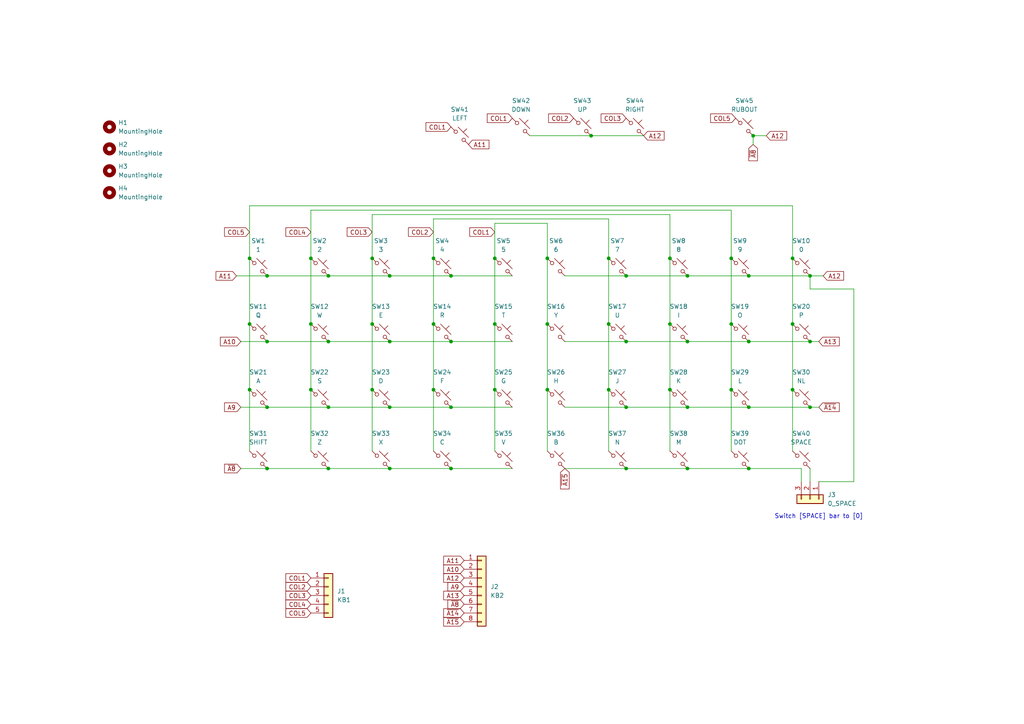
<source format=kicad_sch>
(kicad_sch (version 20250114) (generator "eeschema") (generator_version "9.0")
  (paper "A4")
  (lib_symbols
    (symbol "Connector_Generic:Conn_01x03" (pin_names (offset 1.016) (hide yes))
      (property "Reference" "J" (at 0 5.08 0))
      (property "Value" "Conn_01x03" (at 0 -5.08 0))
      (symbol "Conn_01x03_1_1"
        (rectangle (start -1.27 3.81) (end 1.27 -3.81) (stroke (width 0.254)) (fill (type background)))
        (rectangle (start -1.27 2.667) (end 0 2.413) (stroke (width 0.1524)))
        (rectangle (start -1.27 0.127) (end 0 -0.127) (stroke (width 0.1524)))
        (rectangle (start -1.27 -2.413) (end 0 -2.667) (stroke (width 0.1524)))
        (pin passive line (at -5.08 2.54 0) (length 3.81) (name "Pin_1") (number "1"))
        (pin passive line (at -5.08 0 0) (length 3.81) (name "Pin_2") (number "2"))
        (pin passive line (at -5.08 -2.54 0) (length 3.81) (name "Pin_3") (number "3"))
      )
    )
    (symbol "Connector_Generic:Conn_01x05" (pin_names (offset 1.016) (hide yes))
      (property "Reference" "J" (at 0 7.62 0))
      (property "Value" "Conn_01x05" (at 0 -7.62 0))
      (symbol "Conn_01x05_1_1"
        (rectangle (start -1.27 6.35) (end 1.27 -6.35) (stroke (width 0.254)) (fill (type background)))
        (rectangle (start -1.27 5.207) (end 0 4.953) (stroke (width 0.1524)))
        (rectangle (start -1.27 2.667) (end 0 2.413) (stroke (width 0.1524)))
        (rectangle (start -1.27 0.127) (end 0 -0.127) (stroke (width 0.1524)))
        (rectangle (start -1.27 -2.413) (end 0 -2.667) (stroke (width 0.1524)))
        (rectangle (start -1.27 -4.953) (end 0 -5.207) (stroke (width 0.1524)))
        (pin passive line (at -5.08 5.08 0) (length 3.81) (name "Pin_1") (number "1"))
        (pin passive line (at -5.08 2.54 0) (length 3.81) (name "Pin_2") (number "2"))
        (pin passive line (at -5.08 0 0) (length 3.81) (name "Pin_3") (number "3"))
        (pin passive line (at -5.08 -2.54 0) (length 3.81) (name "Pin_4") (number "4"))
        (pin passive line (at -5.08 -5.08 0) (length 3.81) (name "Pin_5") (number "5"))
      )
    )
    (symbol "Connector_Generic:Conn_01x08" (pin_names (offset 1.016) (hide yes))
      (property "Reference" "J" (at 0 10.16 0))
      (property "Value" "Conn_01x08" (at 0 -12.7 0))
      (symbol "Conn_01x08_1_1"
        (rectangle (start -1.27 8.89) (end 1.27 -11.43) (stroke (width 0.254)) (fill (type background)))
        (rectangle (start -1.27 7.747) (end 0 7.493) (stroke (width 0.1524)))
        (rectangle (start -1.27 5.207) (end 0 4.953) (stroke (width 0.1524)))
        (rectangle (start -1.27 2.667) (end 0 2.413) (stroke (width 0.1524)))
        (rectangle (start -1.27 0.127) (end 0 -0.127) (stroke (width 0.1524)))
        (rectangle (start -1.27 -2.413) (end 0 -2.667) (stroke (width 0.1524)))
        (rectangle (start -1.27 -4.953) (end 0 -5.207) (stroke (width 0.1524)))
        (rectangle (start -1.27 -7.493) (end 0 -7.747) (stroke (width 0.1524)))
        (rectangle (start -1.27 -10.033) (end 0 -10.287) (stroke (width 0.1524)))
        (pin passive line (at -5.08 7.62 0) (length 3.81) (name "Pin_1") (number "1"))
        (pin passive line (at -5.08 5.08 0) (length 3.81) (name "Pin_2") (number "2"))
        (pin passive line (at -5.08 2.54 0) (length 3.81) (name "Pin_3") (number "3"))
        (pin passive line (at -5.08 0 0) (length 3.81) (name "Pin_4") (number "4"))
        (pin passive line (at -5.08 -2.54 0) (length 3.81) (name "Pin_5") (number "5"))
        (pin passive line (at -5.08 -5.08 0) (length 3.81) (name "Pin_6") (number "6"))
        (pin passive line (at -5.08 -7.62 0) (length 3.81) (name "Pin_7") (number "7"))
        (pin passive line (at -5.08 -10.16 0) (length 3.81) (name "Pin_8") (number "8"))
      )
    )
    (symbol "Mechanical:MountingHole" (pin_names (offset 1.016)) (exclude_from_sim yes) (in_bom no)
      (property "Reference" "H" (at 0 5.08 0))
      (property "Value" "MountingHole" (at 0 3.175 0))
      (symbol "MountingHole_0_1"
        (circle (center 0 0) (radius 1.27) (stroke (width 1.27)))
      )
    )
    (symbol "Switch:SW_Push_45deg" (pin_numbers (hide yes)) (pin_names (offset 1.016) (hide yes))
      (property "Reference" "SW" (at 3.048 1.016 0))
      (property "Value" "SW_Push_45deg" (at 0 -3.81 0))
      (symbol "SW_Push_45deg_0_1"
        (polyline (pts (xy -2.54 2.54) (xy -1.524 1.524) (xy -1.524 1.524)))
        (circle (center -1.1684 1.1684) (radius 0.508))
        (polyline (pts (xy -0.508 2.54) (xy 2.54 -0.508)))
        (polyline (pts (xy 1.016 1.016) (xy 2.032 2.032)))
        (circle (center 1.143 -1.1938) (radius 0.508))
        (polyline (pts (xy 1.524 -1.524) (xy 2.54 -2.54) (xy 2.54 -2.54) (xy 2.54 -2.54)))
        (pin passive line (at -2.54 2.54 0) (length 0) (name "1") (number "1"))
        (pin passive line (at 2.54 -2.54 180) (length 0) (name "2") (number "2"))
      )
    )
  )
  (text "Switch [SPACE] bar to [0]" (at 237.49 149.86 0) (effects (font (size 1.27 1.27))))
  (junction (at 234.95 118.11))
  (junction (at 143.51 93.98))
  (junction (at 176.53 93.98))
  (junction (at 199.39 135.89))
  (junction (at 217.17 99.06))
  (junction (at 181.61 99.06))
  (junction (at 176.53 113.03))
  (junction (at 107.95 74.93))
  (junction (at 90.17 113.03))
  (junction (at 77.47 99.06))
  (junction (at 217.17 118.11))
  (junction (at 171.45 39.37))
  (junction (at 125.73 74.93))
  (junction (at 107.95 113.03))
  (junction (at 181.61 135.89))
  (junction (at 77.47 118.11))
  (junction (at 77.47 135.89))
  (junction (at 217.17 135.89))
  (junction (at 194.31 74.93))
  (junction (at 90.17 74.93))
  (junction (at 95.25 135.89))
  (junction (at 72.39 113.03))
  (junction (at 158.75 74.93))
  (junction (at 181.61 118.11))
  (junction (at 234.95 99.06))
  (junction (at 199.39 99.06))
  (junction (at 113.03 80.01))
  (junction (at 125.73 93.98))
  (junction (at 95.25 80.01))
  (junction (at 212.09 93.98))
  (junction (at 130.81 135.89))
  (junction (at 143.51 113.03))
  (junction (at 77.47 80.01))
  (junction (at 113.03 118.11))
  (junction (at 212.09 74.93))
  (junction (at 158.75 93.98))
  (junction (at 229.87 93.98))
  (junction (at 72.39 93.98))
  (junction (at 143.51 74.93))
  (junction (at 130.81 80.01))
  (junction (at 229.87 113.03))
  (junction (at 72.39 74.93))
  (junction (at 218.44 39.37))
  (junction (at 95.25 99.06))
  (junction (at 181.61 80.01))
  (junction (at 95.25 118.11))
  (junction (at 199.39 118.11))
  (junction (at 90.17 93.98))
  (junction (at 229.87 74.93))
  (junction (at 176.53 74.93))
  (junction (at 113.03 99.06))
  (junction (at 130.81 99.06))
  (junction (at 194.31 93.98))
  (junction (at 158.75 113.03))
  (junction (at 199.39 80.01))
  (junction (at 107.95 93.98))
  (junction (at 234.95 80.01))
  (junction (at 212.09 113.03))
  (junction (at 194.31 113.03))
  (junction (at 217.17 80.01))
  (junction (at 125.73 113.03))
  (junction (at 130.81 118.11))
  (junction (at 113.03 135.89))
  (wire (pts (xy 69.85 118.11) (xy 77.47 118.11)))
  (wire (pts (xy 77.47 135.89) (xy 95.25 135.89)))
  (wire (pts (xy 113.03 118.11) (xy 130.81 118.11)))
  (wire (pts (xy 77.47 118.11) (xy 95.25 118.11)))
  (wire (pts (xy 163.83 135.89) (xy 181.61 135.89)))
  (wire (pts (xy 217.17 135.89) (xy 232.41 135.89)))
  (wire (pts (xy 194.31 74.93) (xy 194.31 62.23)))
  (wire (pts (xy 113.03 135.89) (xy 130.81 135.89)))
  (wire (pts (xy 212.09 74.93) (xy 212.09 60.96)))
  (wire (pts (xy 90.17 93.98) (xy 90.17 113.03)))
  (wire (pts (xy 125.73 93.98) (xy 125.73 113.03)))
  (wire (pts (xy 72.39 59.69) (xy 229.87 59.69)))
  (wire (pts (xy 212.09 130.81) (xy 212.09 113.03)))
  (wire (pts (xy 107.95 113.03) (xy 107.95 130.81)))
  (wire (pts (xy 125.73 113.03) (xy 125.73 130.81)))
  (wire (pts (xy 68.58 80.01) (xy 77.47 80.01)))
  (wire (pts (xy 176.53 74.93) (xy 176.53 93.98)))
  (wire (pts (xy 143.51 113.03) (xy 143.51 130.81)))
  (wire (pts (xy 95.25 135.89) (xy 113.03 135.89)))
  (wire (pts (xy 181.61 99.06) (xy 199.39 99.06)))
  (wire (pts (xy 95.25 118.11) (xy 113.03 118.11)))
  (wire (pts (xy 171.45 39.37) (xy 186.69 39.37)))
  (wire (pts (xy 234.95 99.06) (xy 237.49 99.06)))
  (wire (pts (xy 107.95 74.93) (xy 107.95 93.98)))
  (wire (pts (xy 218.44 39.37) (xy 222.25 39.37)))
  (wire (pts (xy 163.83 80.01) (xy 181.61 80.01)))
  (wire (pts (xy 158.75 64.77) (xy 158.75 74.93)))
  (wire (pts (xy 212.09 60.96) (xy 90.17 60.96)))
  (wire (pts (xy 234.95 118.11) (xy 237.49 118.11)))
  (wire (pts (xy 69.85 135.89) (xy 77.47 135.89)))
  (wire (pts (xy 234.95 80.01) (xy 238.76 80.01)))
  (wire (pts (xy 181.61 118.11) (xy 199.39 118.11)))
  (wire (pts (xy 229.87 93.98) (xy 229.87 113.03)))
  (wire (pts (xy 72.39 74.93) (xy 72.39 59.69)))
  (wire (pts (xy 90.17 60.96) (xy 90.17 74.93)))
  (wire (pts (xy 194.31 93.98) (xy 194.31 113.03)))
  (wire (pts (xy 176.53 63.5) (xy 125.73 63.5)))
  (wire (pts (xy 153.67 39.37) (xy 171.45 39.37)))
  (wire (pts (xy 130.81 118.11) (xy 148.59 118.11)))
  (wire (pts (xy 194.31 62.23) (xy 107.95 62.23)))
  (wire (pts (xy 181.61 80.01) (xy 199.39 80.01)))
  (wire (pts (xy 217.17 80.01) (xy 234.95 80.01)))
  (wire (pts (xy 247.65 139.7) (xy 247.65 83.82)))
  (wire (pts (xy 229.87 74.93) (xy 229.87 93.98)))
  (wire (pts (xy 234.95 83.82) (xy 234.95 80.01)))
  (wire (pts (xy 125.73 63.5) (xy 125.73 74.93)))
  (wire (pts (xy 212.09 93.98) (xy 212.09 74.93)))
  (wire (pts (xy 143.51 74.93) (xy 143.51 93.98)))
  (wire (pts (xy 194.31 113.03) (xy 194.31 130.81)))
  (wire (pts (xy 130.81 99.06) (xy 148.59 99.06)))
  (wire (pts (xy 158.75 113.03) (xy 158.75 130.81)))
  (wire (pts (xy 176.53 74.93) (xy 176.53 63.5)))
  (wire (pts (xy 77.47 99.06) (xy 95.25 99.06)))
  (wire (pts (xy 199.39 135.89) (xy 217.17 135.89)))
  (wire (pts (xy 217.17 99.06) (xy 234.95 99.06)))
  (wire (pts (xy 212.09 113.03) (xy 212.09 93.98)))
  (wire (pts (xy 199.39 80.01) (xy 217.17 80.01)))
  (wire (pts (xy 72.39 74.93) (xy 72.39 93.98)))
  (wire (pts (xy 125.73 74.93) (xy 125.73 93.98)))
  (wire (pts (xy 69.85 99.06) (xy 77.47 99.06)))
  (wire (pts (xy 113.03 80.01) (xy 130.81 80.01)))
  (wire (pts (xy 229.87 113.03) (xy 229.87 130.81)))
  (wire (pts (xy 234.95 139.7) (xy 234.95 135.89)))
  (wire (pts (xy 95.25 99.06) (xy 113.03 99.06)))
  (wire (pts (xy 143.51 64.77) (xy 158.75 64.77)))
  (wire (pts (xy 176.53 93.98) (xy 176.53 113.03)))
  (wire (pts (xy 232.41 135.89) (xy 232.41 139.7)))
  (wire (pts (xy 229.87 59.69) (xy 229.87 74.93)))
  (wire (pts (xy 90.17 113.03) (xy 90.17 130.81)))
  (wire (pts (xy 143.51 74.93) (xy 143.51 64.77)))
  (wire (pts (xy 95.25 80.01) (xy 113.03 80.01)))
  (wire (pts (xy 194.31 74.93) (xy 194.31 93.98)))
  (wire (pts (xy 77.47 80.01) (xy 95.25 80.01)))
  (wire (pts (xy 90.17 74.93) (xy 90.17 93.98)))
  (wire (pts (xy 130.81 80.01) (xy 148.59 80.01)))
  (wire (pts (xy 247.65 83.82) (xy 234.95 83.82)))
  (wire (pts (xy 143.51 93.98) (xy 143.51 113.03)))
  (wire (pts (xy 163.83 118.11) (xy 181.61 118.11)))
  (wire (pts (xy 218.44 39.37) (xy 218.44 41.91)))
  (wire (pts (xy 72.39 113.03) (xy 72.39 130.81)))
  (wire (pts (xy 107.95 93.98) (xy 107.95 113.03)))
  (wire (pts (xy 130.81 135.89) (xy 148.59 135.89)))
  (wire (pts (xy 181.61 135.89) (xy 199.39 135.89)))
  (wire (pts (xy 199.39 118.11) (xy 217.17 118.11)))
  (wire (pts (xy 158.75 93.98) (xy 158.75 113.03)))
  (wire (pts (xy 158.75 74.93) (xy 158.75 93.98)))
  (wire (pts (xy 199.39 99.06) (xy 217.17 99.06)))
  (wire (pts (xy 107.95 62.23) (xy 107.95 74.93)))
  (wire (pts (xy 237.49 139.7) (xy 247.65 139.7)))
  (wire (pts (xy 113.03 99.06) (xy 130.81 99.06)))
  (wire (pts (xy 72.39 93.98) (xy 72.39 113.03)))
  (wire (pts (xy 176.53 113.03) (xy 176.53 130.81)))
  (wire (pts (xy 163.83 99.06) (xy 181.61 99.06)))
  (wire (pts (xy 217.17 118.11) (xy 234.95 118.11)))
  (global_label "COL2" (shape input) (at 90.17 170.18 180) (property "Intersheetrefs" "${INTERSHEET_REFS}" (effects (hide yes))))
  (global_label "COL4" (shape input) (at 90.17 175.26 180) (property "Intersheetrefs" "${INTERSHEET_REFS}" (effects (hide yes))))
  (global_label "A10" (shape input) (at 134.62 165.1 180) (property "Intersheetrefs" "${INTERSHEET_REFS}" (effects (hide yes))))
  (global_label "A11" (shape input) (at 135.89 41.91 0) (property "Intersheetrefs" "${INTERSHEET_REFS}" (effects (hide yes))))
  (global_label "COL5" (shape input) (at 90.17 177.8 180) (property "Intersheetrefs" "${INTERSHEET_REFS}" (effects (hide yes))))
  (global_label "COL2" (shape input) (at 166.37 34.29 180) (property "Intersheetrefs" "${INTERSHEET_REFS}" (effects (hide yes))))
  (global_label "~{A14}" (shape input) (at 237.49 118.11 0) (property "Intersheetrefs" "${INTERSHEET_REFS}" (effects (hide yes))))
  (global_label "A12" (shape input) (at 222.25 39.37 0) (property "Intersheetrefs" "${INTERSHEET_REFS}" (effects (hide yes))))
  (global_label "~{A8}" (shape input) (at 218.44 41.91 270) (property "Intersheetrefs" "${INTERSHEET_REFS}" (effects (hide yes))))
  (global_label "~{A15}" (shape input) (at 134.62 180.34 180) (property "Intersheetrefs" "${INTERSHEET_REFS}" (effects (hide yes))))
  (global_label "A12" (shape input) (at 134.62 167.64 180) (property "Intersheetrefs" "${INTERSHEET_REFS}" (effects (hide yes))))
  (global_label "A13" (shape input) (at 237.49 99.06 0) (property "Intersheetrefs" "${INTERSHEET_REFS}" (effects (hide yes))))
  (global_label "A13" (shape input) (at 134.62 172.72 180) (property "Intersheetrefs" "${INTERSHEET_REFS}" (effects (hide yes))))
  (global_label "COL3" (shape input) (at 181.61 34.29 180) (property "Intersheetrefs" "${INTERSHEET_REFS}" (effects (hide yes))))
  (global_label "COL3" (shape input) (at 107.95 67.31 180) (property "Intersheetrefs" "${INTERSHEET_REFS}" (effects (hide yes))))
  (global_label "~{A15}" (shape input) (at 163.83 135.89 270) (property "Intersheetrefs" "${INTERSHEET_REFS}" (effects (hide yes))))
  (global_label "A9" (shape input) (at 134.62 170.18 180) (property "Intersheetrefs" "${INTERSHEET_REFS}" (effects (hide yes))))
  (global_label "COL3" (shape input) (at 90.17 172.72 180) (property "Intersheetrefs" "${INTERSHEET_REFS}" (effects (hide yes))))
  (global_label "COL5" (shape input) (at 72.39 67.31 180) (property "Intersheetrefs" "${INTERSHEET_REFS}" (effects (hide yes))))
  (global_label "COL4" (shape input) (at 90.17 67.31 180) (property "Intersheetrefs" "${INTERSHEET_REFS}" (effects (hide yes))))
  (global_label "A9" (shape input) (at 69.85 118.11 180) (property "Intersheetrefs" "${INTERSHEET_REFS}" (effects (hide yes))))
  (global_label "A12" (shape input) (at 238.76 80.01 0) (property "Intersheetrefs" "${INTERSHEET_REFS}" (effects (hide yes))))
  (global_label "A10" (shape input) (at 69.85 99.06 180) (property "Intersheetrefs" "${INTERSHEET_REFS}" (effects (hide yes))))
  (global_label "COL5" (shape input) (at 213.36 34.29 180) (property "Intersheetrefs" "${INTERSHEET_REFS}" (effects (hide yes))))
  (global_label "COL1" (shape input) (at 148.59 34.29 180) (property "Intersheetrefs" "${INTERSHEET_REFS}" (effects (hide yes))))
  (global_label "A11" (shape input) (at 134.62 162.56 180) (property "Intersheetrefs" "${INTERSHEET_REFS}" (effects (hide yes))))
  (global_label "~{A8}" (shape input) (at 69.85 135.89 180) (property "Intersheetrefs" "${INTERSHEET_REFS}" (effects (hide yes))))
  (global_label "COL1" (shape input) (at 143.51 67.31 180) (property "Intersheetrefs" "${INTERSHEET_REFS}" (effects (hide yes))))
  (global_label "A11" (shape input) (at 68.58 80.01 180) (property "Intersheetrefs" "${INTERSHEET_REFS}" (effects (hide yes))))
  (global_label "~{A14}" (shape input) (at 134.62 177.8 180) (property "Intersheetrefs" "${INTERSHEET_REFS}" (effects (hide yes))))
  (global_label "A12" (shape input) (at 186.69 39.37 0) (property "Intersheetrefs" "${INTERSHEET_REFS}" (effects (hide yes))))
  (global_label "COL1" (shape input) (at 90.17 167.64 180) (property "Intersheetrefs" "${INTERSHEET_REFS}" (effects (hide yes))))
  (global_label "~{A8}" (shape input) (at 134.62 175.26 180) (property "Intersheetrefs" "${INTERSHEET_REFS}" (effects (hide yes))))
  (global_label "COL1" (shape input) (at 130.81 36.83 180) (property "Intersheetrefs" "${INTERSHEET_REFS}" (effects (hide yes))))
  (global_label "COL2" (shape input) (at 125.73 67.31 180) (property "Intersheetrefs" "${INTERSHEET_REFS}" (effects (hide yes))))
  (symbol (lib_id "Switch:SW_Push_45deg") (at 196.85 115.57 0) (unit 1)
    (property "Reference" "SW28" (at 196.85 107.95 0))
    (property "Value" "K" (at 196.85 110.49 0))
    (property "Footprint" "Button_Switch_Keyboard:SW_Cherry_MX_1.00u_PCB" (effects (hide yes)))
    (property "Description" "Push button switch, normally open, two pins, 45° tilted" (effects (hide yes)))
  )
  (symbol (lib_id "Switch:SW_Push_45deg") (at 74.93 133.35 0) (unit 1)
    (property "Reference" "SW31" (at 74.93 125.73 0))
    (property "Value" "SHIFT" (at 74.93 128.27 0))
    (property "Footprint" "Button_Switch_Keyboard:SW_Cherry_MX_1.00u_PCB" (effects (hide yes)))
    (property "Description" "Push button switch, normally open, two pins, 45° tilted" (effects (hide yes)))
  )
  (symbol (lib_id "Switch:SW_Push_45deg") (at 146.05 133.35 0) (unit 1)
    (property "Reference" "SW35" (at 146.05 125.73 0))
    (property "Value" "V" (at 146.05 128.27 0))
    (property "Footprint" "Button_Switch_Keyboard:SW_Cherry_MX_1.00u_PCB" (effects (hide yes)))
    (property "Description" "Push button switch, normally open, two pins, 45° tilted" (effects (hide yes)))
  )
  (symbol (lib_id "Switch:SW_Push_45deg") (at 214.63 133.35 0) (unit 1)
    (property "Reference" "SW39" (at 214.63 125.73 0))
    (property "Value" "DOT" (at 214.63 128.27 0))
    (property "Footprint" "Button_Switch_Keyboard:SW_Cherry_MX_1.00u_PCB" (effects (hide yes)))
    (property "Description" "Push button switch, normally open, two pins, 45° tilted" (effects (hide yes)))
  )
  (symbol (lib_id "Mechanical:MountingHole") (at 31.75 36.83 0) (unit 1) (exclude_from_sim yes) (in_bom no)
    (property "Reference" "H1" (at 34.29 35.5599 0) (effects (justify left)))
    (property "Value" "MountingHole" (at 34.29 38.0999 0) (effects (justify left)))
    (property "Footprint" "MountingHole:MountingHole_3.2mm_M3" (effects (hide yes)))
    (property "Description" "Mounting Hole without connection" (effects (hide yes)))
  )
  (symbol (lib_id "Switch:SW_Push_45deg") (at 146.05 77.47 0) (unit 1)
    (property "Reference" "SW5" (at 146.05 69.85 0))
    (property "Value" "5" (at 146.05 72.39 0))
    (property "Footprint" "Button_Switch_Keyboard:SW_Cherry_MX_1.00u_PCB" (effects (hide yes)))
    (property "Description" "Push button switch, normally open, two pins, 45° tilted" (effects (hide yes)))
  )
  (symbol (lib_id "Switch:SW_Push_45deg") (at 214.63 96.52 0) (unit 1)
    (property "Reference" "SW19" (at 214.63 88.9 0))
    (property "Value" "O" (at 214.63 91.44 0))
    (property "Footprint" "Button_Switch_Keyboard:SW_Cherry_MX_1.00u_PCB" (effects (hide yes)))
    (property "Description" "Push button switch, normally open, two pins, 45° tilted" (effects (hide yes)))
  )
  (symbol (lib_id "Switch:SW_Push_45deg") (at 128.27 133.35 0) (unit 1)
    (property "Reference" "SW34" (at 128.27 125.73 0))
    (property "Value" "C" (at 128.27 128.27 0))
    (property "Footprint" "Button_Switch_Keyboard:SW_Cherry_MX_1.00u_PCB" (effects (hide yes)))
    (property "Description" "Push button switch, normally open, two pins, 45° tilted" (effects (hide yes)))
  )
  (symbol (lib_id "Switch:SW_Push_45deg") (at 232.41 77.47 0) (unit 1)
    (property "Reference" "SW10" (at 232.41 69.85 0))
    (property "Value" "0" (at 232.41 72.39 0))
    (property "Footprint" "Button_Switch_Keyboard:SW_Cherry_MX_1.00u_PCB" (effects (hide yes)))
    (property "Description" "Push button switch, normally open, two pins, 45° tilted" (effects (hide yes)))
  )
  (symbol (lib_id "Switch:SW_Push_45deg") (at 168.91 36.83 0) (unit 1)
    (property "Reference" "SW43" (at 168.91 29.21 0))
    (property "Value" "UP" (at 168.91 31.75 0))
    (property "Footprint" "Button_Switch_Keyboard:SW_Cherry_MX_1.00u_PCB" (effects (hide yes)))
    (property "Description" "Push button switch, normally open, two pins, 45° tilted" (effects (hide yes)))
  )
  (symbol (lib_id "Switch:SW_Push_45deg") (at 128.27 96.52 0) (unit 1)
    (property "Reference" "SW14" (at 128.27 88.9 0))
    (property "Value" "R" (at 128.27 91.44 0))
    (property "Footprint" "Button_Switch_Keyboard:SW_Cherry_MX_1.00u_PCB" (effects (hide yes)))
    (property "Description" "Push button switch, normally open, two pins, 45° tilted" (effects (hide yes)))
  )
  (symbol (lib_id "Switch:SW_Push_45deg") (at 232.41 96.52 0) (unit 1)
    (property "Reference" "SW20" (at 232.41 88.9 0))
    (property "Value" "P" (at 232.41 91.44 0))
    (property "Footprint" "Button_Switch_Keyboard:SW_Cherry_MX_1.00u_PCB" (effects (hide yes)))
    (property "Description" "Push button switch, normally open, two pins, 45° tilted" (effects (hide yes)))
  )
  (symbol (lib_id "Switch:SW_Push_45deg") (at 232.41 133.35 0) (unit 1)
    (property "Reference" "SW40" (at 232.41 125.73 0))
    (property "Value" "SPACE" (at 232.41 128.27 0))
    (property "Footprint" "Button_Switch_Keyboard:SW_Cherry_MX_1.00u_PCB" (effects (hide yes)))
    (property "Description" "Push button switch, normally open, two pins, 45° tilted" (effects (hide yes)))
  )
  (symbol (lib_id "Switch:SW_Push_45deg") (at 110.49 96.52 0) (unit 1)
    (property "Reference" "SW13" (at 110.49 88.9 0))
    (property "Value" "E" (at 110.49 91.44 0))
    (property "Footprint" "Button_Switch_Keyboard:SW_Cherry_MX_1.00u_PCB" (effects (hide yes)))
    (property "Description" "Push button switch, normally open, two pins, 45° tilted" (effects (hide yes)))
  )
  (symbol (lib_id "Connector_Generic:Conn_01x08") (at 139.7 170.18 0) (unit 1)
    (property "Reference" "J2" (at 142.24 170.1799 0) (effects (justify left)))
    (property "Value" "KB2" (at 142.24 172.7199 0) (effects (justify left)))
    (property "Footprint" "Connector_PinHeader_2.54mm:PinHeader_1x08_P2.54mm_Vertical" (effects (hide yes)))
    (property "Description" "Generic connector, single row, 01x08, script generated (kicad-library-utils/schlib/autogen/connector/)" (effects (hide yes)))
  )
  (symbol (lib_id "Switch:SW_Push_45deg") (at 161.29 77.47 0) (unit 1)
    (property "Reference" "SW6" (at 161.29 69.85 0))
    (property "Value" "6" (at 161.29 72.39 0))
    (property "Footprint" "Button_Switch_Keyboard:SW_Cherry_MX_1.00u_PCB" (effects (hide yes)))
    (property "Description" "Push button switch, normally open, two pins, 45° tilted" (effects (hide yes)))
  )
  (symbol (lib_id "Switch:SW_Push_45deg") (at 232.41 115.57 0) (unit 1)
    (property "Reference" "SW30" (at 232.41 107.95 0))
    (property "Value" "NL" (at 232.41 110.49 0))
    (property "Footprint" "Button_Switch_Keyboard:SW_Cherry_MX_1.00u_PCB" (effects (hide yes)))
    (property "Description" "Push button switch, normally open, two pins, 45° tilted" (effects (hide yes)))
  )
  (symbol (lib_id "Switch:SW_Push_45deg") (at 179.07 96.52 0) (unit 1)
    (property "Reference" "SW17" (at 179.07 88.9 0))
    (property "Value" "U" (at 179.07 91.44 0))
    (property "Footprint" "Button_Switch_Keyboard:SW_Cherry_MX_1.00u_PCB" (effects (hide yes)))
    (property "Description" "Push button switch, normally open, two pins, 45° tilted" (effects (hide yes)))
  )
  (symbol (lib_id "Switch:SW_Push_45deg") (at 196.85 133.35 0) (unit 1)
    (property "Reference" "SW38" (at 196.85 125.73 0))
    (property "Value" "M" (at 196.85 128.27 0))
    (property "Footprint" "Button_Switch_Keyboard:SW_Cherry_MX_1.00u_PCB" (effects (hide yes)))
    (property "Description" "Push button switch, normally open, two pins, 45° tilted" (effects (hide yes)))
  )
  (symbol (lib_id "Connector_Generic:Conn_01x03") (at 234.95 144.78 270) (unit 1)
    (property "Reference" "J3" (at 240.03 143.5099 90) (effects (justify left)))
    (property "Value" "0_SPACE" (at 240.03 146.0499 90) (effects (justify left)))
    (property "Footprint" "Connector_PinHeader_2.54mm:PinHeader_1x03_P2.54mm_Vertical" (effects (hide yes)))
    (property "Description" "Generic connector, single row, 01x03, script generated (kicad-library-utils/schlib/autogen/connector/)" (effects (hide yes)))
  )
  (symbol (lib_id "Mechanical:MountingHole") (at 31.75 43.18 0) (unit 1) (exclude_from_sim yes) (in_bom no)
    (property "Reference" "H2" (at 34.29 41.9099 0) (effects (justify left)))
    (property "Value" "MountingHole" (at 34.29 44.4499 0) (effects (justify left)))
    (property "Footprint" "MountingHole:MountingHole_3.2mm_M3" (effects (hide yes)))
    (property "Description" "Mounting Hole without connection" (effects (hide yes)))
  )
  (symbol (lib_id "Switch:SW_Push_45deg") (at 74.93 96.52 0) (unit 1)
    (property "Reference" "SW11" (at 74.93 88.9 0))
    (property "Value" "Q" (at 74.93 91.44 0))
    (property "Footprint" "Button_Switch_Keyboard:SW_Cherry_MX_1.00u_PCB" (effects (hide yes)))
    (property "Description" "Push button switch, normally open, two pins, 45° tilted" (effects (hide yes)))
  )
  (symbol (lib_id "Switch:SW_Push_45deg") (at 110.49 77.47 0) (unit 1)
    (property "Reference" "SW3" (at 110.49 69.85 0))
    (property "Value" "3" (at 110.49 72.39 0))
    (property "Footprint" "Button_Switch_Keyboard:SW_Cherry_MX_1.00u_PCB" (effects (hide yes)))
    (property "Description" "Push button switch, normally open, two pins, 45° tilted" (effects (hide yes)))
  )
  (symbol (lib_id "Switch:SW_Push_45deg") (at 110.49 133.35 0) (unit 1)
    (property "Reference" "SW33" (at 110.49 125.73 0))
    (property "Value" "X" (at 110.49 128.27 0))
    (property "Footprint" "Button_Switch_Keyboard:SW_Cherry_MX_1.00u_PCB" (effects (hide yes)))
    (property "Description" "Push button switch, normally open, two pins, 45° tilted" (effects (hide yes)))
  )
  (symbol (lib_id "Switch:SW_Push_45deg") (at 179.07 77.47 0) (unit 1)
    (property "Reference" "SW7" (at 179.07 69.85 0))
    (property "Value" "7" (at 179.07 72.39 0))
    (property "Footprint" "Button_Switch_Keyboard:SW_Cherry_MX_1.00u_PCB" (effects (hide yes)))
    (property "Description" "Push button switch, normally open, two pins, 45° tilted" (effects (hide yes)))
  )
  (symbol (lib_id "Switch:SW_Push_45deg") (at 133.35 39.37 0) (unit 1)
    (property "Reference" "SW41" (at 133.35 31.75 0))
    (property "Value" "LEFT" (at 133.35 34.29 0))
    (property "Footprint" "Button_Switch_Keyboard:SW_Cherry_MX_1.00u_PCB" (effects (hide yes)))
    (property "Description" "Push button switch, normally open, two pins, 45° tilted" (effects (hide yes)))
  )
  (symbol (lib_id "Switch:SW_Push_45deg") (at 196.85 77.47 0) (unit 1)
    (property "Reference" "SW8" (at 196.85 69.85 0))
    (property "Value" "8" (at 196.85 72.39 0))
    (property "Footprint" "Button_Switch_Keyboard:SW_Cherry_MX_1.00u_PCB" (effects (hide yes)))
    (property "Description" "Push button switch, normally open, two pins, 45° tilted" (effects (hide yes)))
  )
  (symbol (lib_id "Switch:SW_Push_45deg") (at 184.15 36.83 0) (unit 1)
    (property "Reference" "SW44" (at 184.15 29.21 0))
    (property "Value" "RIGHT" (at 184.15 31.75 0))
    (property "Footprint" "Button_Switch_Keyboard:SW_Cherry_MX_1.00u_PCB" (effects (hide yes)))
    (property "Description" "Push button switch, normally open, two pins, 45° tilted" (effects (hide yes)))
  )
  (symbol (lib_id "Switch:SW_Push_45deg") (at 92.71 77.47 0) (unit 1)
    (property "Reference" "SW2" (at 92.71 69.85 0))
    (property "Value" "2" (at 92.71 72.39 0))
    (property "Footprint" "Button_Switch_Keyboard:SW_Cherry_MX_1.00u_PCB" (effects (hide yes)))
    (property "Description" "Push button switch, normally open, two pins, 45° tilted" (effects (hide yes)))
  )
  (symbol (lib_id "Switch:SW_Push_45deg") (at 196.85 96.52 0) (unit 1)
    (property "Reference" "SW18" (at 196.85 88.9 0))
    (property "Value" "I" (at 196.85 91.44 0))
    (property "Footprint" "Button_Switch_Keyboard:SW_Cherry_MX_1.00u_PCB" (effects (hide yes)))
    (property "Description" "Push button switch, normally open, two pins, 45° tilted" (effects (hide yes)))
  )
  (symbol (lib_id "Mechanical:MountingHole") (at 31.75 55.88 0) (unit 1) (exclude_from_sim yes) (in_bom no)
    (property "Reference" "H4" (at 34.29 54.6099 0) (effects (justify left)))
    (property "Value" "MountingHole" (at 34.29 57.1499 0) (effects (justify left)))
    (property "Footprint" "MountingHole:MountingHole_3.2mm_M3" (effects (hide yes)))
    (property "Description" "Mounting Hole without connection" (effects (hide yes)))
  )
  (symbol (lib_id "Switch:SW_Push_45deg") (at 151.13 36.83 0) (unit 1)
    (property "Reference" "SW42" (at 151.13 29.21 0))
    (property "Value" "DOWN" (at 151.13 31.75 0))
    (property "Footprint" "Button_Switch_Keyboard:SW_Cherry_MX_1.00u_PCB" (effects (hide yes)))
    (property "Description" "Push button switch, normally open, two pins, 45° tilted" (effects (hide yes)))
  )
  (symbol (lib_id "Switch:SW_Push_45deg") (at 146.05 96.52 0) (unit 1)
    (property "Reference" "SW15" (at 146.05 88.9 0))
    (property "Value" "T" (at 146.05 91.44 0))
    (property "Footprint" "Button_Switch_Keyboard:SW_Cherry_MX_1.00u_PCB" (effects (hide yes)))
    (property "Description" "Push button switch, normally open, two pins, 45° tilted" (effects (hide yes)))
  )
  (symbol (lib_id "Switch:SW_Push_45deg") (at 74.93 115.57 0) (unit 1)
    (property "Reference" "SW21" (at 74.93 107.95 0))
    (property "Value" "A" (at 74.93 110.49 0))
    (property "Footprint" "Button_Switch_Keyboard:SW_Cherry_MX_1.00u_PCB" (effects (hide yes)))
    (property "Description" "Push button switch, normally open, two pins, 45° tilted" (effects (hide yes)))
  )
  (symbol (lib_id "Switch:SW_Push_45deg") (at 128.27 115.57 0) (unit 1)
    (property "Reference" "SW24" (at 128.27 107.95 0))
    (property "Value" "F" (at 128.27 110.49 0))
    (property "Footprint" "Button_Switch_Keyboard:SW_Cherry_MX_1.00u_PCB" (effects (hide yes)))
    (property "Description" "Push button switch, normally open, two pins, 45° tilted" (effects (hide yes)))
  )
  (symbol (lib_id "Mechanical:MountingHole") (at 31.75 49.53 0) (unit 1) (exclude_from_sim yes) (in_bom no)
    (property "Reference" "H3" (at 34.29 48.2599 0) (effects (justify left)))
    (property "Value" "MountingHole" (at 34.29 50.7999 0) (effects (justify left)))
    (property "Footprint" "MountingHole:MountingHole_3.2mm_M3" (effects (hide yes)))
    (property "Description" "Mounting Hole without connection" (effects (hide yes)))
  )
  (symbol (lib_id "Switch:SW_Push_45deg") (at 161.29 133.35 0) (unit 1)
    (property "Reference" "SW36" (at 161.29 125.73 0))
    (property "Value" "B" (at 161.29 128.27 0))
    (property "Footprint" "Button_Switch_Keyboard:SW_Cherry_MX_1.00u_PCB" (effects (hide yes)))
    (property "Description" "Push button switch, normally open, two pins, 45° tilted" (effects (hide yes)))
  )
  (symbol (lib_id "Switch:SW_Push_45deg") (at 146.05 115.57 0) (unit 1)
    (property "Reference" "SW25" (at 146.05 107.95 0))
    (property "Value" "G" (at 146.05 110.49 0))
    (property "Footprint" "Button_Switch_Keyboard:SW_Cherry_MX_1.00u_PCB" (effects (hide yes)))
    (property "Description" "Push button switch, normally open, two pins, 45° tilted" (effects (hide yes)))
  )
  (symbol (lib_id "Switch:SW_Push_45deg") (at 92.71 96.52 0) (unit 1)
    (property "Reference" "SW12" (at 92.71 88.9 0))
    (property "Value" "W" (at 92.71 91.44 0))
    (property "Footprint" "Button_Switch_Keyboard:SW_Cherry_MX_1.00u_PCB" (effects (hide yes)))
    (property "Description" "Push button switch, normally open, two pins, 45° tilted" (effects (hide yes)))
  )
  (symbol (lib_id "Switch:SW_Push_45deg") (at 74.93 77.47 0) (unit 1)
    (property "Reference" "SW1" (at 74.93 69.85 0))
    (property "Value" "1" (at 74.93 72.39 0))
    (property "Footprint" "Button_Switch_Keyboard:SW_Cherry_MX_1.00u_PCB" (effects (hide yes)))
    (property "Description" "Push button switch, normally open, two pins, 45° tilted" (effects (hide yes)))
  )
  (symbol (lib_id "Switch:SW_Push_45deg") (at 128.27 77.47 0) (unit 1)
    (property "Reference" "SW4" (at 128.27 69.85 0))
    (property "Value" "4" (at 128.27 72.39 0))
    (property "Footprint" "Button_Switch_Keyboard:SW_Cherry_MX_1.00u_PCB" (effects (hide yes)))
    (property "Description" "Push button switch, normally open, two pins, 45° tilted" (effects (hide yes)))
  )
  (symbol (lib_id "Switch:SW_Push_45deg") (at 110.49 115.57 0) (unit 1)
    (property "Reference" "SW23" (at 110.49 107.95 0))
    (property "Value" "D" (at 110.49 110.49 0))
    (property "Footprint" "Button_Switch_Keyboard:SW_Cherry_MX_1.00u_PCB" (effects (hide yes)))
    (property "Description" "Push button switch, normally open, two pins, 45° tilted" (effects (hide yes)))
  )
  (symbol (lib_id "Switch:SW_Push_45deg") (at 179.07 133.35 0) (unit 1)
    (property "Reference" "SW37" (at 179.07 125.73 0))
    (property "Value" "N" (at 179.07 128.27 0))
    (property "Footprint" "Button_Switch_Keyboard:SW_Cherry_MX_1.00u_PCB" (effects (hide yes)))
    (property "Description" "Push button switch, normally open, two pins, 45° tilted" (effects (hide yes)))
  )
  (symbol (lib_id "Switch:SW_Push_45deg") (at 92.71 133.35 0) (unit 1)
    (property "Reference" "SW32" (at 92.71 125.73 0))
    (property "Value" "Z" (at 92.71 128.27 0))
    (property "Footprint" "Button_Switch_Keyboard:SW_Cherry_MX_1.00u_PCB" (effects (hide yes)))
    (property "Description" "Push button switch, normally open, two pins, 45° tilted" (effects (hide yes)))
  )
  (symbol (lib_id "Switch:SW_Push_45deg") (at 161.29 115.57 0) (unit 1)
    (property "Reference" "SW26" (at 161.29 107.95 0))
    (property "Value" "H" (at 161.29 110.49 0))
    (property "Footprint" "Button_Switch_Keyboard:SW_Cherry_MX_1.00u_PCB" (effects (hide yes)))
    (property "Description" "Push button switch, normally open, two pins, 45° tilted" (effects (hide yes)))
  )
  (symbol (lib_id "Connector_Generic:Conn_01x05") (at 95.25 172.72 0) (unit 1)
    (property "Reference" "J1" (at 97.79 171.4499 0) (effects (justify left)))
    (property "Value" "KB1" (at 97.79 173.9899 0) (effects (justify left)))
    (property "Footprint" "Connector_PinHeader_2.54mm:PinHeader_1x05_P2.54mm_Vertical" (effects (hide yes)))
    (property "Description" "Generic connector, single row, 01x05, script generated (kicad-library-utils/schlib/autogen/connector/)" (effects (hide yes)))
  )
  (symbol (lib_id "Switch:SW_Push_45deg") (at 214.63 115.57 0) (unit 1)
    (property "Reference" "SW29" (at 214.63 107.95 0))
    (property "Value" "L" (at 214.63 110.49 0))
    (property "Footprint" "Button_Switch_Keyboard:SW_Cherry_MX_1.00u_PCB" (effects (hide yes)))
    (property "Description" "Push button switch, normally open, two pins, 45° tilted" (effects (hide yes)))
  )
  (symbol (lib_id "Switch:SW_Push_45deg") (at 215.9 36.83 0) (unit 1)
    (property "Reference" "SW45" (at 215.9 29.21 0))
    (property "Value" "RUBOUT" (at 215.9 31.75 0))
    (property "Footprint" "Button_Switch_Keyboard:SW_Cherry_MX_1.00u_PCB" (effects (hide yes)))
    (property "Description" "Push button switch, normally open, two pins, 45° tilted" (effects (hide yes)))
  )
  (symbol (lib_id "Switch:SW_Push_45deg") (at 161.29 96.52 0) (unit 1)
    (property "Reference" "SW16" (at 161.29 88.9 0))
    (property "Value" "Y" (at 161.29 91.44 0))
    (property "Footprint" "Button_Switch_Keyboard:SW_Cherry_MX_1.00u_PCB" (effects (hide yes)))
    (property "Description" "Push button switch, normally open, two pins, 45° tilted" (effects (hide yes)))
  )
  (symbol (lib_id "Switch:SW_Push_45deg") (at 92.71 115.57 0) (unit 1)
    (property "Reference" "SW22" (at 92.71 107.95 0))
    (property "Value" "S" (at 92.71 110.49 0))
    (property "Footprint" "Button_Switch_Keyboard:SW_Cherry_MX_1.00u_PCB" (effects (hide yes)))
    (property "Description" "Push button switch, normally open, two pins, 45° tilted" (effects (hide yes)))
  )
  (symbol (lib_id "Switch:SW_Push_45deg") (at 214.63 77.47 0) (unit 1)
    (property "Reference" "SW9" (at 214.63 69.85 0))
    (property "Value" "9" (at 214.63 72.39 0))
    (property "Footprint" "Button_Switch_Keyboard:SW_Cherry_MX_1.00u_PCB" (effects (hide yes)))
    (property "Description" "Push button switch, normally open, two pins, 45° tilted" (effects (hide yes)))
  )
  (symbol (lib_id "Switch:SW_Push_45deg") (at 179.07 115.57 0) (unit 1)
    (property "Reference" "SW27" (at 179.07 107.95 0))
    (property "Value" "J" (at 179.07 110.49 0))
    (property "Footprint" "Button_Switch_Keyboard:SW_Cherry_MX_1.00u_PCB" (effects (hide yes)))
    (property "Description" "Push button switch, normally open, two pins, 45° tilted" (effects (hide yes)))
  )
)
</source>
